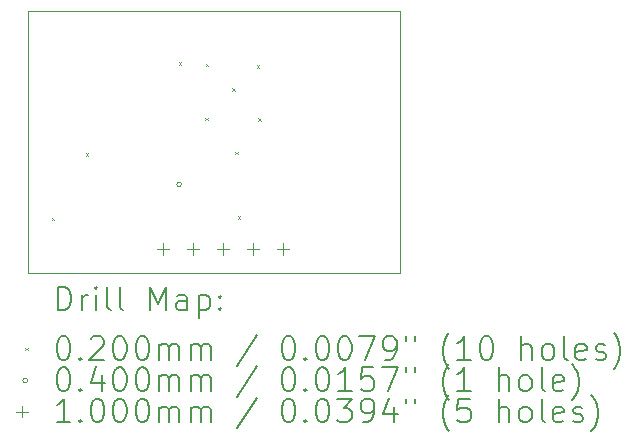
<source format=gbr>
%TF.GenerationSoftware,KiCad,Pcbnew,6.0.8+dfsg-1~bpo11+1*%
%TF.CreationDate,2023-03-31T17:36:49-04:00*%
%TF.ProjectId,IQS550_captouch_breakout,49515335-3530-45f6-9361-70746f756368,rev?*%
%TF.SameCoordinates,Original*%
%TF.FileFunction,Drillmap*%
%TF.FilePolarity,Positive*%
%FSLAX45Y45*%
G04 Gerber Fmt 4.5, Leading zero omitted, Abs format (unit mm)*
G04 Created by KiCad (PCBNEW 6.0.8+dfsg-1~bpo11+1) date 2023-03-31 17:36:49*
%MOMM*%
%LPD*%
G01*
G04 APERTURE LIST*
%ADD10C,0.100000*%
%ADD11C,0.200000*%
%ADD12C,0.020000*%
%ADD13C,0.040000*%
G04 APERTURE END LIST*
D10*
X12727500Y-10642500D02*
X15872500Y-10642500D01*
X15872500Y-10642500D02*
X15872500Y-8420000D01*
X15872500Y-8420000D02*
X12727500Y-8420000D01*
X12727500Y-8420000D02*
X12727500Y-10642500D01*
D11*
D12*
X12927500Y-10172500D02*
X12947500Y-10192500D01*
X12947500Y-10172500D02*
X12927500Y-10192500D01*
X13217500Y-9627500D02*
X13237500Y-9647500D01*
X13237500Y-9627500D02*
X13217500Y-9647500D01*
X14002500Y-8860000D02*
X14022500Y-8880000D01*
X14022500Y-8860000D02*
X14002500Y-8880000D01*
X14227500Y-9327500D02*
X14247500Y-9347500D01*
X14247500Y-9327500D02*
X14227500Y-9347500D01*
X14232500Y-8872500D02*
X14252500Y-8892500D01*
X14252500Y-8872500D02*
X14232500Y-8892500D01*
X14457500Y-9077500D02*
X14477500Y-9097500D01*
X14477500Y-9077500D02*
X14457500Y-9097500D01*
X14480000Y-9615000D02*
X14500000Y-9635000D01*
X14500000Y-9615000D02*
X14480000Y-9635000D01*
X14502500Y-10162500D02*
X14522500Y-10182500D01*
X14522500Y-10162500D02*
X14502500Y-10182500D01*
X14665000Y-8882500D02*
X14685000Y-8902500D01*
X14685000Y-8882500D02*
X14665000Y-8902500D01*
X14677500Y-9332500D02*
X14697500Y-9352500D01*
X14697500Y-9332500D02*
X14677500Y-9352500D01*
D13*
X14025000Y-9892500D02*
G75*
G03*
X14025000Y-9892500I-20000J0D01*
G01*
D10*
X13872500Y-10390000D02*
X13872500Y-10490000D01*
X13822500Y-10440000D02*
X13922500Y-10440000D01*
X14126500Y-10390000D02*
X14126500Y-10490000D01*
X14076500Y-10440000D02*
X14176500Y-10440000D01*
X14380500Y-10390000D02*
X14380500Y-10490000D01*
X14330500Y-10440000D02*
X14430500Y-10440000D01*
X14634500Y-10390000D02*
X14634500Y-10490000D01*
X14584500Y-10440000D02*
X14684500Y-10440000D01*
X14888500Y-10390000D02*
X14888500Y-10490000D01*
X14838500Y-10440000D02*
X14938500Y-10440000D01*
D11*
X12980119Y-10957976D02*
X12980119Y-10757976D01*
X13027738Y-10757976D01*
X13056309Y-10767500D01*
X13075357Y-10786548D01*
X13084881Y-10805595D01*
X13094405Y-10843690D01*
X13094405Y-10872262D01*
X13084881Y-10910357D01*
X13075357Y-10929405D01*
X13056309Y-10948452D01*
X13027738Y-10957976D01*
X12980119Y-10957976D01*
X13180119Y-10957976D02*
X13180119Y-10824643D01*
X13180119Y-10862738D02*
X13189643Y-10843690D01*
X13199167Y-10834167D01*
X13218214Y-10824643D01*
X13237262Y-10824643D01*
X13303928Y-10957976D02*
X13303928Y-10824643D01*
X13303928Y-10757976D02*
X13294405Y-10767500D01*
X13303928Y-10777024D01*
X13313452Y-10767500D01*
X13303928Y-10757976D01*
X13303928Y-10777024D01*
X13427738Y-10957976D02*
X13408690Y-10948452D01*
X13399167Y-10929405D01*
X13399167Y-10757976D01*
X13532500Y-10957976D02*
X13513452Y-10948452D01*
X13503928Y-10929405D01*
X13503928Y-10757976D01*
X13761071Y-10957976D02*
X13761071Y-10757976D01*
X13827738Y-10900833D01*
X13894405Y-10757976D01*
X13894405Y-10957976D01*
X14075357Y-10957976D02*
X14075357Y-10853214D01*
X14065833Y-10834167D01*
X14046786Y-10824643D01*
X14008690Y-10824643D01*
X13989643Y-10834167D01*
X14075357Y-10948452D02*
X14056309Y-10957976D01*
X14008690Y-10957976D01*
X13989643Y-10948452D01*
X13980119Y-10929405D01*
X13980119Y-10910357D01*
X13989643Y-10891310D01*
X14008690Y-10881786D01*
X14056309Y-10881786D01*
X14075357Y-10872262D01*
X14170595Y-10824643D02*
X14170595Y-11024643D01*
X14170595Y-10834167D02*
X14189643Y-10824643D01*
X14227738Y-10824643D01*
X14246786Y-10834167D01*
X14256309Y-10843690D01*
X14265833Y-10862738D01*
X14265833Y-10919881D01*
X14256309Y-10938929D01*
X14246786Y-10948452D01*
X14227738Y-10957976D01*
X14189643Y-10957976D01*
X14170595Y-10948452D01*
X14351548Y-10938929D02*
X14361071Y-10948452D01*
X14351548Y-10957976D01*
X14342024Y-10948452D01*
X14351548Y-10938929D01*
X14351548Y-10957976D01*
X14351548Y-10834167D02*
X14361071Y-10843690D01*
X14351548Y-10853214D01*
X14342024Y-10843690D01*
X14351548Y-10834167D01*
X14351548Y-10853214D01*
D12*
X12702500Y-11277500D02*
X12722500Y-11297500D01*
X12722500Y-11277500D02*
X12702500Y-11297500D01*
D11*
X13018214Y-11177976D02*
X13037262Y-11177976D01*
X13056309Y-11187500D01*
X13065833Y-11197024D01*
X13075357Y-11216071D01*
X13084881Y-11254167D01*
X13084881Y-11301786D01*
X13075357Y-11339881D01*
X13065833Y-11358928D01*
X13056309Y-11368452D01*
X13037262Y-11377976D01*
X13018214Y-11377976D01*
X12999167Y-11368452D01*
X12989643Y-11358928D01*
X12980119Y-11339881D01*
X12970595Y-11301786D01*
X12970595Y-11254167D01*
X12980119Y-11216071D01*
X12989643Y-11197024D01*
X12999167Y-11187500D01*
X13018214Y-11177976D01*
X13170595Y-11358928D02*
X13180119Y-11368452D01*
X13170595Y-11377976D01*
X13161071Y-11368452D01*
X13170595Y-11358928D01*
X13170595Y-11377976D01*
X13256309Y-11197024D02*
X13265833Y-11187500D01*
X13284881Y-11177976D01*
X13332500Y-11177976D01*
X13351548Y-11187500D01*
X13361071Y-11197024D01*
X13370595Y-11216071D01*
X13370595Y-11235119D01*
X13361071Y-11263690D01*
X13246786Y-11377976D01*
X13370595Y-11377976D01*
X13494405Y-11177976D02*
X13513452Y-11177976D01*
X13532500Y-11187500D01*
X13542024Y-11197024D01*
X13551548Y-11216071D01*
X13561071Y-11254167D01*
X13561071Y-11301786D01*
X13551548Y-11339881D01*
X13542024Y-11358928D01*
X13532500Y-11368452D01*
X13513452Y-11377976D01*
X13494405Y-11377976D01*
X13475357Y-11368452D01*
X13465833Y-11358928D01*
X13456309Y-11339881D01*
X13446786Y-11301786D01*
X13446786Y-11254167D01*
X13456309Y-11216071D01*
X13465833Y-11197024D01*
X13475357Y-11187500D01*
X13494405Y-11177976D01*
X13684881Y-11177976D02*
X13703928Y-11177976D01*
X13722976Y-11187500D01*
X13732500Y-11197024D01*
X13742024Y-11216071D01*
X13751548Y-11254167D01*
X13751548Y-11301786D01*
X13742024Y-11339881D01*
X13732500Y-11358928D01*
X13722976Y-11368452D01*
X13703928Y-11377976D01*
X13684881Y-11377976D01*
X13665833Y-11368452D01*
X13656309Y-11358928D01*
X13646786Y-11339881D01*
X13637262Y-11301786D01*
X13637262Y-11254167D01*
X13646786Y-11216071D01*
X13656309Y-11197024D01*
X13665833Y-11187500D01*
X13684881Y-11177976D01*
X13837262Y-11377976D02*
X13837262Y-11244643D01*
X13837262Y-11263690D02*
X13846786Y-11254167D01*
X13865833Y-11244643D01*
X13894405Y-11244643D01*
X13913452Y-11254167D01*
X13922976Y-11273214D01*
X13922976Y-11377976D01*
X13922976Y-11273214D02*
X13932500Y-11254167D01*
X13951548Y-11244643D01*
X13980119Y-11244643D01*
X13999167Y-11254167D01*
X14008690Y-11273214D01*
X14008690Y-11377976D01*
X14103928Y-11377976D02*
X14103928Y-11244643D01*
X14103928Y-11263690D02*
X14113452Y-11254167D01*
X14132500Y-11244643D01*
X14161071Y-11244643D01*
X14180119Y-11254167D01*
X14189643Y-11273214D01*
X14189643Y-11377976D01*
X14189643Y-11273214D02*
X14199167Y-11254167D01*
X14218214Y-11244643D01*
X14246786Y-11244643D01*
X14265833Y-11254167D01*
X14275357Y-11273214D01*
X14275357Y-11377976D01*
X14665833Y-11168452D02*
X14494405Y-11425595D01*
X14922976Y-11177976D02*
X14942024Y-11177976D01*
X14961071Y-11187500D01*
X14970595Y-11197024D01*
X14980119Y-11216071D01*
X14989643Y-11254167D01*
X14989643Y-11301786D01*
X14980119Y-11339881D01*
X14970595Y-11358928D01*
X14961071Y-11368452D01*
X14942024Y-11377976D01*
X14922976Y-11377976D01*
X14903928Y-11368452D01*
X14894405Y-11358928D01*
X14884881Y-11339881D01*
X14875357Y-11301786D01*
X14875357Y-11254167D01*
X14884881Y-11216071D01*
X14894405Y-11197024D01*
X14903928Y-11187500D01*
X14922976Y-11177976D01*
X15075357Y-11358928D02*
X15084881Y-11368452D01*
X15075357Y-11377976D01*
X15065833Y-11368452D01*
X15075357Y-11358928D01*
X15075357Y-11377976D01*
X15208690Y-11177976D02*
X15227738Y-11177976D01*
X15246786Y-11187500D01*
X15256309Y-11197024D01*
X15265833Y-11216071D01*
X15275357Y-11254167D01*
X15275357Y-11301786D01*
X15265833Y-11339881D01*
X15256309Y-11358928D01*
X15246786Y-11368452D01*
X15227738Y-11377976D01*
X15208690Y-11377976D01*
X15189643Y-11368452D01*
X15180119Y-11358928D01*
X15170595Y-11339881D01*
X15161071Y-11301786D01*
X15161071Y-11254167D01*
X15170595Y-11216071D01*
X15180119Y-11197024D01*
X15189643Y-11187500D01*
X15208690Y-11177976D01*
X15399167Y-11177976D02*
X15418214Y-11177976D01*
X15437262Y-11187500D01*
X15446786Y-11197024D01*
X15456309Y-11216071D01*
X15465833Y-11254167D01*
X15465833Y-11301786D01*
X15456309Y-11339881D01*
X15446786Y-11358928D01*
X15437262Y-11368452D01*
X15418214Y-11377976D01*
X15399167Y-11377976D01*
X15380119Y-11368452D01*
X15370595Y-11358928D01*
X15361071Y-11339881D01*
X15351548Y-11301786D01*
X15351548Y-11254167D01*
X15361071Y-11216071D01*
X15370595Y-11197024D01*
X15380119Y-11187500D01*
X15399167Y-11177976D01*
X15532500Y-11177976D02*
X15665833Y-11177976D01*
X15580119Y-11377976D01*
X15751548Y-11377976D02*
X15789643Y-11377976D01*
X15808690Y-11368452D01*
X15818214Y-11358928D01*
X15837262Y-11330357D01*
X15846786Y-11292262D01*
X15846786Y-11216071D01*
X15837262Y-11197024D01*
X15827738Y-11187500D01*
X15808690Y-11177976D01*
X15770595Y-11177976D01*
X15751548Y-11187500D01*
X15742024Y-11197024D01*
X15732500Y-11216071D01*
X15732500Y-11263690D01*
X15742024Y-11282738D01*
X15751548Y-11292262D01*
X15770595Y-11301786D01*
X15808690Y-11301786D01*
X15827738Y-11292262D01*
X15837262Y-11282738D01*
X15846786Y-11263690D01*
X15922976Y-11177976D02*
X15922976Y-11216071D01*
X15999167Y-11177976D02*
X15999167Y-11216071D01*
X16294405Y-11454167D02*
X16284881Y-11444643D01*
X16265833Y-11416071D01*
X16256309Y-11397024D01*
X16246786Y-11368452D01*
X16237262Y-11320833D01*
X16237262Y-11282738D01*
X16246786Y-11235119D01*
X16256309Y-11206548D01*
X16265833Y-11187500D01*
X16284881Y-11158929D01*
X16294405Y-11149405D01*
X16475357Y-11377976D02*
X16361071Y-11377976D01*
X16418214Y-11377976D02*
X16418214Y-11177976D01*
X16399167Y-11206548D01*
X16380119Y-11225595D01*
X16361071Y-11235119D01*
X16599167Y-11177976D02*
X16618214Y-11177976D01*
X16637262Y-11187500D01*
X16646786Y-11197024D01*
X16656309Y-11216071D01*
X16665833Y-11254167D01*
X16665833Y-11301786D01*
X16656309Y-11339881D01*
X16646786Y-11358928D01*
X16637262Y-11368452D01*
X16618214Y-11377976D01*
X16599167Y-11377976D01*
X16580119Y-11368452D01*
X16570595Y-11358928D01*
X16561071Y-11339881D01*
X16551548Y-11301786D01*
X16551548Y-11254167D01*
X16561071Y-11216071D01*
X16570595Y-11197024D01*
X16580119Y-11187500D01*
X16599167Y-11177976D01*
X16903929Y-11377976D02*
X16903929Y-11177976D01*
X16989643Y-11377976D02*
X16989643Y-11273214D01*
X16980119Y-11254167D01*
X16961071Y-11244643D01*
X16932500Y-11244643D01*
X16913452Y-11254167D01*
X16903929Y-11263690D01*
X17113452Y-11377976D02*
X17094405Y-11368452D01*
X17084881Y-11358928D01*
X17075357Y-11339881D01*
X17075357Y-11282738D01*
X17084881Y-11263690D01*
X17094405Y-11254167D01*
X17113452Y-11244643D01*
X17142024Y-11244643D01*
X17161071Y-11254167D01*
X17170595Y-11263690D01*
X17180119Y-11282738D01*
X17180119Y-11339881D01*
X17170595Y-11358928D01*
X17161071Y-11368452D01*
X17142024Y-11377976D01*
X17113452Y-11377976D01*
X17294405Y-11377976D02*
X17275357Y-11368452D01*
X17265833Y-11349405D01*
X17265833Y-11177976D01*
X17446786Y-11368452D02*
X17427738Y-11377976D01*
X17389643Y-11377976D01*
X17370595Y-11368452D01*
X17361071Y-11349405D01*
X17361071Y-11273214D01*
X17370595Y-11254167D01*
X17389643Y-11244643D01*
X17427738Y-11244643D01*
X17446786Y-11254167D01*
X17456310Y-11273214D01*
X17456310Y-11292262D01*
X17361071Y-11311309D01*
X17532500Y-11368452D02*
X17551548Y-11377976D01*
X17589643Y-11377976D01*
X17608690Y-11368452D01*
X17618214Y-11349405D01*
X17618214Y-11339881D01*
X17608690Y-11320833D01*
X17589643Y-11311309D01*
X17561071Y-11311309D01*
X17542024Y-11301786D01*
X17532500Y-11282738D01*
X17532500Y-11273214D01*
X17542024Y-11254167D01*
X17561071Y-11244643D01*
X17589643Y-11244643D01*
X17608690Y-11254167D01*
X17684881Y-11454167D02*
X17694405Y-11444643D01*
X17713452Y-11416071D01*
X17722976Y-11397024D01*
X17732500Y-11368452D01*
X17742024Y-11320833D01*
X17742024Y-11282738D01*
X17732500Y-11235119D01*
X17722976Y-11206548D01*
X17713452Y-11187500D01*
X17694405Y-11158929D01*
X17684881Y-11149405D01*
D13*
X12722500Y-11551500D02*
G75*
G03*
X12722500Y-11551500I-20000J0D01*
G01*
D11*
X13018214Y-11441976D02*
X13037262Y-11441976D01*
X13056309Y-11451500D01*
X13065833Y-11461024D01*
X13075357Y-11480071D01*
X13084881Y-11518167D01*
X13084881Y-11565786D01*
X13075357Y-11603881D01*
X13065833Y-11622928D01*
X13056309Y-11632452D01*
X13037262Y-11641976D01*
X13018214Y-11641976D01*
X12999167Y-11632452D01*
X12989643Y-11622928D01*
X12980119Y-11603881D01*
X12970595Y-11565786D01*
X12970595Y-11518167D01*
X12980119Y-11480071D01*
X12989643Y-11461024D01*
X12999167Y-11451500D01*
X13018214Y-11441976D01*
X13170595Y-11622928D02*
X13180119Y-11632452D01*
X13170595Y-11641976D01*
X13161071Y-11632452D01*
X13170595Y-11622928D01*
X13170595Y-11641976D01*
X13351548Y-11508643D02*
X13351548Y-11641976D01*
X13303928Y-11432452D02*
X13256309Y-11575309D01*
X13380119Y-11575309D01*
X13494405Y-11441976D02*
X13513452Y-11441976D01*
X13532500Y-11451500D01*
X13542024Y-11461024D01*
X13551548Y-11480071D01*
X13561071Y-11518167D01*
X13561071Y-11565786D01*
X13551548Y-11603881D01*
X13542024Y-11622928D01*
X13532500Y-11632452D01*
X13513452Y-11641976D01*
X13494405Y-11641976D01*
X13475357Y-11632452D01*
X13465833Y-11622928D01*
X13456309Y-11603881D01*
X13446786Y-11565786D01*
X13446786Y-11518167D01*
X13456309Y-11480071D01*
X13465833Y-11461024D01*
X13475357Y-11451500D01*
X13494405Y-11441976D01*
X13684881Y-11441976D02*
X13703928Y-11441976D01*
X13722976Y-11451500D01*
X13732500Y-11461024D01*
X13742024Y-11480071D01*
X13751548Y-11518167D01*
X13751548Y-11565786D01*
X13742024Y-11603881D01*
X13732500Y-11622928D01*
X13722976Y-11632452D01*
X13703928Y-11641976D01*
X13684881Y-11641976D01*
X13665833Y-11632452D01*
X13656309Y-11622928D01*
X13646786Y-11603881D01*
X13637262Y-11565786D01*
X13637262Y-11518167D01*
X13646786Y-11480071D01*
X13656309Y-11461024D01*
X13665833Y-11451500D01*
X13684881Y-11441976D01*
X13837262Y-11641976D02*
X13837262Y-11508643D01*
X13837262Y-11527690D02*
X13846786Y-11518167D01*
X13865833Y-11508643D01*
X13894405Y-11508643D01*
X13913452Y-11518167D01*
X13922976Y-11537214D01*
X13922976Y-11641976D01*
X13922976Y-11537214D02*
X13932500Y-11518167D01*
X13951548Y-11508643D01*
X13980119Y-11508643D01*
X13999167Y-11518167D01*
X14008690Y-11537214D01*
X14008690Y-11641976D01*
X14103928Y-11641976D02*
X14103928Y-11508643D01*
X14103928Y-11527690D02*
X14113452Y-11518167D01*
X14132500Y-11508643D01*
X14161071Y-11508643D01*
X14180119Y-11518167D01*
X14189643Y-11537214D01*
X14189643Y-11641976D01*
X14189643Y-11537214D02*
X14199167Y-11518167D01*
X14218214Y-11508643D01*
X14246786Y-11508643D01*
X14265833Y-11518167D01*
X14275357Y-11537214D01*
X14275357Y-11641976D01*
X14665833Y-11432452D02*
X14494405Y-11689595D01*
X14922976Y-11441976D02*
X14942024Y-11441976D01*
X14961071Y-11451500D01*
X14970595Y-11461024D01*
X14980119Y-11480071D01*
X14989643Y-11518167D01*
X14989643Y-11565786D01*
X14980119Y-11603881D01*
X14970595Y-11622928D01*
X14961071Y-11632452D01*
X14942024Y-11641976D01*
X14922976Y-11641976D01*
X14903928Y-11632452D01*
X14894405Y-11622928D01*
X14884881Y-11603881D01*
X14875357Y-11565786D01*
X14875357Y-11518167D01*
X14884881Y-11480071D01*
X14894405Y-11461024D01*
X14903928Y-11451500D01*
X14922976Y-11441976D01*
X15075357Y-11622928D02*
X15084881Y-11632452D01*
X15075357Y-11641976D01*
X15065833Y-11632452D01*
X15075357Y-11622928D01*
X15075357Y-11641976D01*
X15208690Y-11441976D02*
X15227738Y-11441976D01*
X15246786Y-11451500D01*
X15256309Y-11461024D01*
X15265833Y-11480071D01*
X15275357Y-11518167D01*
X15275357Y-11565786D01*
X15265833Y-11603881D01*
X15256309Y-11622928D01*
X15246786Y-11632452D01*
X15227738Y-11641976D01*
X15208690Y-11641976D01*
X15189643Y-11632452D01*
X15180119Y-11622928D01*
X15170595Y-11603881D01*
X15161071Y-11565786D01*
X15161071Y-11518167D01*
X15170595Y-11480071D01*
X15180119Y-11461024D01*
X15189643Y-11451500D01*
X15208690Y-11441976D01*
X15465833Y-11641976D02*
X15351548Y-11641976D01*
X15408690Y-11641976D02*
X15408690Y-11441976D01*
X15389643Y-11470548D01*
X15370595Y-11489595D01*
X15351548Y-11499119D01*
X15646786Y-11441976D02*
X15551548Y-11441976D01*
X15542024Y-11537214D01*
X15551548Y-11527690D01*
X15570595Y-11518167D01*
X15618214Y-11518167D01*
X15637262Y-11527690D01*
X15646786Y-11537214D01*
X15656309Y-11556262D01*
X15656309Y-11603881D01*
X15646786Y-11622928D01*
X15637262Y-11632452D01*
X15618214Y-11641976D01*
X15570595Y-11641976D01*
X15551548Y-11632452D01*
X15542024Y-11622928D01*
X15722976Y-11441976D02*
X15856309Y-11441976D01*
X15770595Y-11641976D01*
X15922976Y-11441976D02*
X15922976Y-11480071D01*
X15999167Y-11441976D02*
X15999167Y-11480071D01*
X16294405Y-11718167D02*
X16284881Y-11708643D01*
X16265833Y-11680071D01*
X16256309Y-11661024D01*
X16246786Y-11632452D01*
X16237262Y-11584833D01*
X16237262Y-11546738D01*
X16246786Y-11499119D01*
X16256309Y-11470548D01*
X16265833Y-11451500D01*
X16284881Y-11422928D01*
X16294405Y-11413405D01*
X16475357Y-11641976D02*
X16361071Y-11641976D01*
X16418214Y-11641976D02*
X16418214Y-11441976D01*
X16399167Y-11470548D01*
X16380119Y-11489595D01*
X16361071Y-11499119D01*
X16713452Y-11641976D02*
X16713452Y-11441976D01*
X16799167Y-11641976D02*
X16799167Y-11537214D01*
X16789643Y-11518167D01*
X16770595Y-11508643D01*
X16742024Y-11508643D01*
X16722976Y-11518167D01*
X16713452Y-11527690D01*
X16922976Y-11641976D02*
X16903929Y-11632452D01*
X16894405Y-11622928D01*
X16884881Y-11603881D01*
X16884881Y-11546738D01*
X16894405Y-11527690D01*
X16903929Y-11518167D01*
X16922976Y-11508643D01*
X16951548Y-11508643D01*
X16970595Y-11518167D01*
X16980119Y-11527690D01*
X16989643Y-11546738D01*
X16989643Y-11603881D01*
X16980119Y-11622928D01*
X16970595Y-11632452D01*
X16951548Y-11641976D01*
X16922976Y-11641976D01*
X17103929Y-11641976D02*
X17084881Y-11632452D01*
X17075357Y-11613405D01*
X17075357Y-11441976D01*
X17256310Y-11632452D02*
X17237262Y-11641976D01*
X17199167Y-11641976D01*
X17180119Y-11632452D01*
X17170595Y-11613405D01*
X17170595Y-11537214D01*
X17180119Y-11518167D01*
X17199167Y-11508643D01*
X17237262Y-11508643D01*
X17256310Y-11518167D01*
X17265833Y-11537214D01*
X17265833Y-11556262D01*
X17170595Y-11575309D01*
X17332500Y-11718167D02*
X17342024Y-11708643D01*
X17361071Y-11680071D01*
X17370595Y-11661024D01*
X17380119Y-11632452D01*
X17389643Y-11584833D01*
X17389643Y-11546738D01*
X17380119Y-11499119D01*
X17370595Y-11470548D01*
X17361071Y-11451500D01*
X17342024Y-11422928D01*
X17332500Y-11413405D01*
D10*
X12672500Y-11765500D02*
X12672500Y-11865500D01*
X12622500Y-11815500D02*
X12722500Y-11815500D01*
D11*
X13084881Y-11905976D02*
X12970595Y-11905976D01*
X13027738Y-11905976D02*
X13027738Y-11705976D01*
X13008690Y-11734548D01*
X12989643Y-11753595D01*
X12970595Y-11763119D01*
X13170595Y-11886928D02*
X13180119Y-11896452D01*
X13170595Y-11905976D01*
X13161071Y-11896452D01*
X13170595Y-11886928D01*
X13170595Y-11905976D01*
X13303928Y-11705976D02*
X13322976Y-11705976D01*
X13342024Y-11715500D01*
X13351548Y-11725024D01*
X13361071Y-11744071D01*
X13370595Y-11782167D01*
X13370595Y-11829786D01*
X13361071Y-11867881D01*
X13351548Y-11886928D01*
X13342024Y-11896452D01*
X13322976Y-11905976D01*
X13303928Y-11905976D01*
X13284881Y-11896452D01*
X13275357Y-11886928D01*
X13265833Y-11867881D01*
X13256309Y-11829786D01*
X13256309Y-11782167D01*
X13265833Y-11744071D01*
X13275357Y-11725024D01*
X13284881Y-11715500D01*
X13303928Y-11705976D01*
X13494405Y-11705976D02*
X13513452Y-11705976D01*
X13532500Y-11715500D01*
X13542024Y-11725024D01*
X13551548Y-11744071D01*
X13561071Y-11782167D01*
X13561071Y-11829786D01*
X13551548Y-11867881D01*
X13542024Y-11886928D01*
X13532500Y-11896452D01*
X13513452Y-11905976D01*
X13494405Y-11905976D01*
X13475357Y-11896452D01*
X13465833Y-11886928D01*
X13456309Y-11867881D01*
X13446786Y-11829786D01*
X13446786Y-11782167D01*
X13456309Y-11744071D01*
X13465833Y-11725024D01*
X13475357Y-11715500D01*
X13494405Y-11705976D01*
X13684881Y-11705976D02*
X13703928Y-11705976D01*
X13722976Y-11715500D01*
X13732500Y-11725024D01*
X13742024Y-11744071D01*
X13751548Y-11782167D01*
X13751548Y-11829786D01*
X13742024Y-11867881D01*
X13732500Y-11886928D01*
X13722976Y-11896452D01*
X13703928Y-11905976D01*
X13684881Y-11905976D01*
X13665833Y-11896452D01*
X13656309Y-11886928D01*
X13646786Y-11867881D01*
X13637262Y-11829786D01*
X13637262Y-11782167D01*
X13646786Y-11744071D01*
X13656309Y-11725024D01*
X13665833Y-11715500D01*
X13684881Y-11705976D01*
X13837262Y-11905976D02*
X13837262Y-11772643D01*
X13837262Y-11791690D02*
X13846786Y-11782167D01*
X13865833Y-11772643D01*
X13894405Y-11772643D01*
X13913452Y-11782167D01*
X13922976Y-11801214D01*
X13922976Y-11905976D01*
X13922976Y-11801214D02*
X13932500Y-11782167D01*
X13951548Y-11772643D01*
X13980119Y-11772643D01*
X13999167Y-11782167D01*
X14008690Y-11801214D01*
X14008690Y-11905976D01*
X14103928Y-11905976D02*
X14103928Y-11772643D01*
X14103928Y-11791690D02*
X14113452Y-11782167D01*
X14132500Y-11772643D01*
X14161071Y-11772643D01*
X14180119Y-11782167D01*
X14189643Y-11801214D01*
X14189643Y-11905976D01*
X14189643Y-11801214D02*
X14199167Y-11782167D01*
X14218214Y-11772643D01*
X14246786Y-11772643D01*
X14265833Y-11782167D01*
X14275357Y-11801214D01*
X14275357Y-11905976D01*
X14665833Y-11696452D02*
X14494405Y-11953595D01*
X14922976Y-11705976D02*
X14942024Y-11705976D01*
X14961071Y-11715500D01*
X14970595Y-11725024D01*
X14980119Y-11744071D01*
X14989643Y-11782167D01*
X14989643Y-11829786D01*
X14980119Y-11867881D01*
X14970595Y-11886928D01*
X14961071Y-11896452D01*
X14942024Y-11905976D01*
X14922976Y-11905976D01*
X14903928Y-11896452D01*
X14894405Y-11886928D01*
X14884881Y-11867881D01*
X14875357Y-11829786D01*
X14875357Y-11782167D01*
X14884881Y-11744071D01*
X14894405Y-11725024D01*
X14903928Y-11715500D01*
X14922976Y-11705976D01*
X15075357Y-11886928D02*
X15084881Y-11896452D01*
X15075357Y-11905976D01*
X15065833Y-11896452D01*
X15075357Y-11886928D01*
X15075357Y-11905976D01*
X15208690Y-11705976D02*
X15227738Y-11705976D01*
X15246786Y-11715500D01*
X15256309Y-11725024D01*
X15265833Y-11744071D01*
X15275357Y-11782167D01*
X15275357Y-11829786D01*
X15265833Y-11867881D01*
X15256309Y-11886928D01*
X15246786Y-11896452D01*
X15227738Y-11905976D01*
X15208690Y-11905976D01*
X15189643Y-11896452D01*
X15180119Y-11886928D01*
X15170595Y-11867881D01*
X15161071Y-11829786D01*
X15161071Y-11782167D01*
X15170595Y-11744071D01*
X15180119Y-11725024D01*
X15189643Y-11715500D01*
X15208690Y-11705976D01*
X15342024Y-11705976D02*
X15465833Y-11705976D01*
X15399167Y-11782167D01*
X15427738Y-11782167D01*
X15446786Y-11791690D01*
X15456309Y-11801214D01*
X15465833Y-11820262D01*
X15465833Y-11867881D01*
X15456309Y-11886928D01*
X15446786Y-11896452D01*
X15427738Y-11905976D01*
X15370595Y-11905976D01*
X15351548Y-11896452D01*
X15342024Y-11886928D01*
X15561071Y-11905976D02*
X15599167Y-11905976D01*
X15618214Y-11896452D01*
X15627738Y-11886928D01*
X15646786Y-11858357D01*
X15656309Y-11820262D01*
X15656309Y-11744071D01*
X15646786Y-11725024D01*
X15637262Y-11715500D01*
X15618214Y-11705976D01*
X15580119Y-11705976D01*
X15561071Y-11715500D01*
X15551548Y-11725024D01*
X15542024Y-11744071D01*
X15542024Y-11791690D01*
X15551548Y-11810738D01*
X15561071Y-11820262D01*
X15580119Y-11829786D01*
X15618214Y-11829786D01*
X15637262Y-11820262D01*
X15646786Y-11810738D01*
X15656309Y-11791690D01*
X15827738Y-11772643D02*
X15827738Y-11905976D01*
X15780119Y-11696452D02*
X15732500Y-11839309D01*
X15856309Y-11839309D01*
X15922976Y-11705976D02*
X15922976Y-11744071D01*
X15999167Y-11705976D02*
X15999167Y-11744071D01*
X16294405Y-11982167D02*
X16284881Y-11972643D01*
X16265833Y-11944071D01*
X16256309Y-11925024D01*
X16246786Y-11896452D01*
X16237262Y-11848833D01*
X16237262Y-11810738D01*
X16246786Y-11763119D01*
X16256309Y-11734548D01*
X16265833Y-11715500D01*
X16284881Y-11686928D01*
X16294405Y-11677405D01*
X16465833Y-11705976D02*
X16370595Y-11705976D01*
X16361071Y-11801214D01*
X16370595Y-11791690D01*
X16389643Y-11782167D01*
X16437262Y-11782167D01*
X16456309Y-11791690D01*
X16465833Y-11801214D01*
X16475357Y-11820262D01*
X16475357Y-11867881D01*
X16465833Y-11886928D01*
X16456309Y-11896452D01*
X16437262Y-11905976D01*
X16389643Y-11905976D01*
X16370595Y-11896452D01*
X16361071Y-11886928D01*
X16713452Y-11905976D02*
X16713452Y-11705976D01*
X16799167Y-11905976D02*
X16799167Y-11801214D01*
X16789643Y-11782167D01*
X16770595Y-11772643D01*
X16742024Y-11772643D01*
X16722976Y-11782167D01*
X16713452Y-11791690D01*
X16922976Y-11905976D02*
X16903929Y-11896452D01*
X16894405Y-11886928D01*
X16884881Y-11867881D01*
X16884881Y-11810738D01*
X16894405Y-11791690D01*
X16903929Y-11782167D01*
X16922976Y-11772643D01*
X16951548Y-11772643D01*
X16970595Y-11782167D01*
X16980119Y-11791690D01*
X16989643Y-11810738D01*
X16989643Y-11867881D01*
X16980119Y-11886928D01*
X16970595Y-11896452D01*
X16951548Y-11905976D01*
X16922976Y-11905976D01*
X17103929Y-11905976D02*
X17084881Y-11896452D01*
X17075357Y-11877405D01*
X17075357Y-11705976D01*
X17256310Y-11896452D02*
X17237262Y-11905976D01*
X17199167Y-11905976D01*
X17180119Y-11896452D01*
X17170595Y-11877405D01*
X17170595Y-11801214D01*
X17180119Y-11782167D01*
X17199167Y-11772643D01*
X17237262Y-11772643D01*
X17256310Y-11782167D01*
X17265833Y-11801214D01*
X17265833Y-11820262D01*
X17170595Y-11839309D01*
X17342024Y-11896452D02*
X17361071Y-11905976D01*
X17399167Y-11905976D01*
X17418214Y-11896452D01*
X17427738Y-11877405D01*
X17427738Y-11867881D01*
X17418214Y-11848833D01*
X17399167Y-11839309D01*
X17370595Y-11839309D01*
X17351548Y-11829786D01*
X17342024Y-11810738D01*
X17342024Y-11801214D01*
X17351548Y-11782167D01*
X17370595Y-11772643D01*
X17399167Y-11772643D01*
X17418214Y-11782167D01*
X17494405Y-11982167D02*
X17503929Y-11972643D01*
X17522976Y-11944071D01*
X17532500Y-11925024D01*
X17542024Y-11896452D01*
X17551548Y-11848833D01*
X17551548Y-11810738D01*
X17542024Y-11763119D01*
X17532500Y-11734548D01*
X17522976Y-11715500D01*
X17503929Y-11686928D01*
X17494405Y-11677405D01*
M02*

</source>
